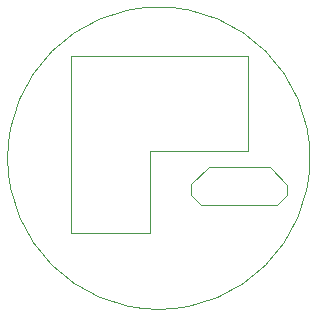
<source format=gko>
G04 Layer_Color=16711935*
%FSLAX25Y25*%
%MOIN*%
G70*
G01*
G75*
%ADD19C,0.00394*%
%ADD26C,0.00039*%
D19*
X-29528Y34154D02*
X29528D01*
Y2657D02*
Y34154D01*
X-29528Y2657D02*
Y34154D01*
Y-24705D02*
Y2657D01*
Y-24705D02*
X-3248D01*
Y2657D01*
X29528D01*
X10630Y-8563D02*
X16430Y-2861D01*
X10630Y-12205D02*
Y-8563D01*
Y-12205D02*
X13878Y-15453D01*
X39272D01*
X42618Y-12106D01*
Y-8760D01*
X16430Y-2861D02*
X36720D01*
X42618Y-8760D01*
D26*
X50197Y98D02*
G03*
X50197Y98I-50394J0D01*
G01*
M02*

</source>
